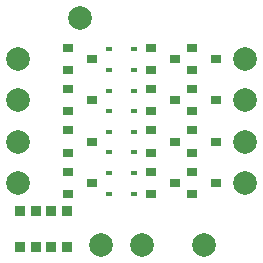
<source format=gts>
%TF.GenerationSoftware,KiCad,Pcbnew,(5.1.9)-1*%
%TF.CreationDate,2022-09-16T17:22:16+02:00*%
%TF.ProjectId,increment,696e6372-656d-4656-9e74-2e6b69636164,rev?*%
%TF.SameCoordinates,Original*%
%TF.FileFunction,Soldermask,Top*%
%TF.FilePolarity,Negative*%
%FSLAX46Y46*%
G04 Gerber Fmt 4.6, Leading zero omitted, Abs format (unit mm)*
G04 Created by KiCad (PCBNEW (5.1.9)-1) date 2022-09-16 17:22:16*
%MOMM*%
%LPD*%
G01*
G04 APERTURE LIST*
%ADD10R,0.600000X0.450000*%
%ADD11R,0.900000X0.800000*%
%ADD12C,2.000000*%
%ADD13R,0.900000X0.900000*%
G04 APERTURE END LIST*
D10*
%TO.C,D8*%
X155050000Y-102400000D03*
X152950000Y-102400000D03*
%TD*%
%TO.C,D7*%
X155050000Y-100700000D03*
X152950000Y-100700000D03*
%TD*%
%TO.C,D6*%
X155050000Y-98900000D03*
X152950000Y-98900000D03*
%TD*%
%TO.C,D5*%
X155050000Y-97200000D03*
X152950000Y-97200000D03*
%TD*%
%TO.C,D4*%
X155050000Y-95400000D03*
X152950000Y-95400000D03*
%TD*%
%TO.C,D3*%
X155050000Y-93700000D03*
X152950000Y-93700000D03*
%TD*%
%TO.C,D2*%
X155050000Y-91900000D03*
X152950000Y-91900000D03*
%TD*%
%TO.C,D1*%
X155050000Y-90200000D03*
X152950000Y-90200000D03*
%TD*%
D11*
%TO.C,Q12*%
X162000000Y-101500000D03*
X160000000Y-102450000D03*
X160000000Y-100550000D03*
%TD*%
%TO.C,Q11*%
X162000000Y-98000000D03*
X160000000Y-98950000D03*
X160000000Y-97050000D03*
%TD*%
%TO.C,Q10*%
X162000000Y-94500000D03*
X160000000Y-95450000D03*
X160000000Y-93550000D03*
%TD*%
%TO.C,Q9*%
X162000000Y-91000000D03*
X160000000Y-91950000D03*
X160000000Y-90050000D03*
%TD*%
%TO.C,Q8*%
X158500000Y-101500000D03*
X156500000Y-102450000D03*
X156500000Y-100550000D03*
%TD*%
%TO.C,Q7*%
X158500000Y-98000000D03*
X156500000Y-98950000D03*
X156500000Y-97050000D03*
%TD*%
%TO.C,Q6*%
X158500000Y-94500000D03*
X156500000Y-95450000D03*
X156500000Y-93550000D03*
%TD*%
%TO.C,Q5*%
X158500000Y-91000000D03*
X156500000Y-91950000D03*
X156500000Y-90050000D03*
%TD*%
%TO.C,Q4*%
X151500000Y-101500000D03*
X149500000Y-102450000D03*
X149500000Y-100550000D03*
%TD*%
%TO.C,Q3*%
X151500000Y-98000000D03*
X149500000Y-98950000D03*
X149500000Y-97050000D03*
%TD*%
%TO.C,Q2*%
X151500000Y-94500000D03*
X149500000Y-95450000D03*
X149500000Y-93550000D03*
%TD*%
%TO.C,Q1*%
X151500000Y-91000000D03*
X149500000Y-91950000D03*
X149500000Y-90050000D03*
%TD*%
D12*
%TO.C,TP12*%
X164500000Y-101500000D03*
%TD*%
%TO.C,TP11*%
X164500000Y-98000000D03*
%TD*%
%TO.C,TP10*%
X164500000Y-94500000D03*
%TD*%
%TO.C,TP9*%
X164500000Y-91000000D03*
%TD*%
%TO.C,TP8*%
X161000000Y-106750000D03*
%TD*%
%TO.C,TP7*%
X155750000Y-106750000D03*
%TD*%
%TO.C,TP6*%
X150500000Y-87500000D03*
%TD*%
%TO.C,TP5*%
X152250000Y-106750000D03*
%TD*%
%TO.C,TP4*%
X145250000Y-101500000D03*
%TD*%
%TO.C,TP3*%
X145250000Y-98000000D03*
%TD*%
%TO.C,TP2*%
X145250000Y-94500000D03*
%TD*%
%TO.C,TP1*%
X145250000Y-91000000D03*
%TD*%
D13*
%TO.C,RN1*%
X148060000Y-103900000D03*
X149400000Y-103900000D03*
X145400000Y-103900000D03*
X146740000Y-103900000D03*
X148060000Y-106900000D03*
X146740000Y-106900000D03*
X149400000Y-106900000D03*
X145400000Y-106900000D03*
%TD*%
M02*

</source>
